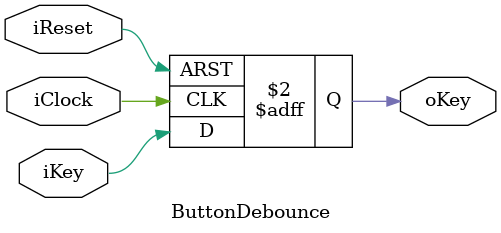
<source format=v>
/*****************************************************************************/
// File            : Open Verilog Code
// Author          : Trung-Khanh Le
// Contact         : - ltkhanh@hcmus.edu.vn
//                   - ltkhanh@bigdolphin.com.vn
// Version         : 0.1
// Date            : 2025/11/15
// Modified Date   : 2025/11/15
// License         : GPL-3.0
/*****************************************************************************/
/**
 * @brief Button debounce
 * @param[in] iKey
 * @param[in] iReset
 * @param[in] iClock should be low frequency
 * @return oKey
 * @attention
 */
module ButtonDebounce(
    output reg  oKey,
    input       iKey,
    input       iReset,
    input       iClock
);
always@(posedge iClock or posedge iReset) begin
    if(iReset) oKey <= 1'b0;
    else oKey <= iKey;
end
endmodule

</source>
